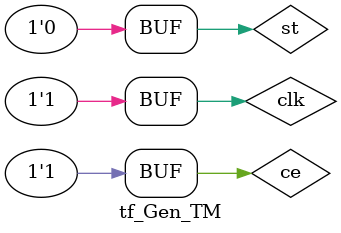
<source format=v>
`timescale 1ns / 1ps


module tf_Gen_TM;


	// Inputs
	reg clk;
	reg st;
	reg ce;

	// Outputs
	wire Tm;

	// Instantiate the Unit Under Test (UUT)
	Gen_TM uut (
		.clk(clk), 
		.st(st), 
		.ce(ce), 
		.Tm(Tm)
	);
	
parameter Tclk = 20; //Tclk=1/Fclk=1/50 mHz = 20 ns
parameter Tce = 10000; //Tce=1/Fce
parameter NTce = Tce/Tclk ; //NTce=5000
always begin clk=0 ; #(Tclk/2) clk=1; #(Tclk/2) ; end
always begin ce=0 ; #(Tclk*(NTce-1)) ce=1; #(Tclk) ; end


	initial begin
		// Initialize Inputs
		clk = 0;
		st = 0;
		ce = 0;

		// Wait 100 ns for global reset to finish
		#100;
		
		ce = 1;
		#1000; st = 1;
		#20; st = 0;
		#100 ce = 0;
		#100 ce = 1;

	end
      
endmodule


</source>
